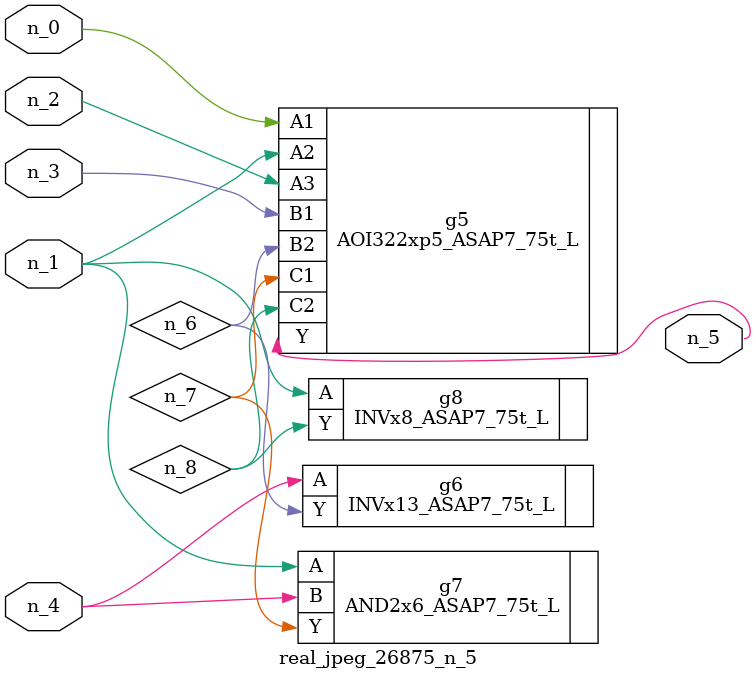
<source format=v>
module real_jpeg_26875_n_5 (n_4, n_0, n_1, n_2, n_3, n_5);

input n_4;
input n_0;
input n_1;
input n_2;
input n_3;

output n_5;

wire n_8;
wire n_6;
wire n_7;

AOI322xp5_ASAP7_75t_L g5 ( 
.A1(n_0),
.A2(n_1),
.A3(n_2),
.B1(n_3),
.B2(n_6),
.C1(n_7),
.C2(n_8),
.Y(n_5)
);

AND2x6_ASAP7_75t_L g7 ( 
.A(n_1),
.B(n_4),
.Y(n_7)
);

INVx8_ASAP7_75t_L g8 ( 
.A(n_1),
.Y(n_8)
);

INVx13_ASAP7_75t_L g6 ( 
.A(n_4),
.Y(n_6)
);


endmodule
</source>
